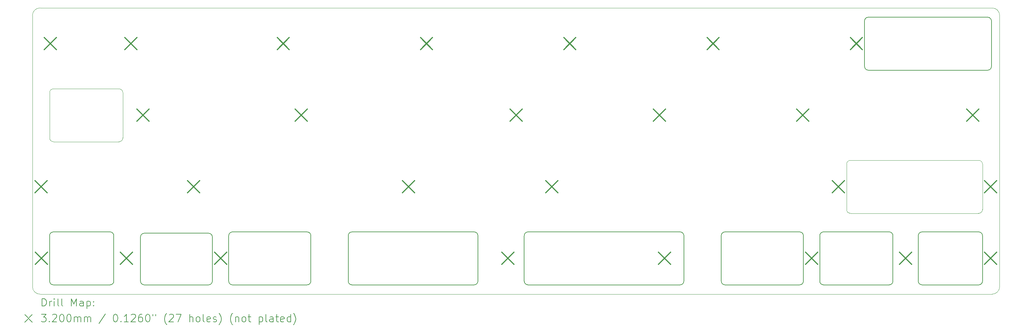
<source format=gbr>
%TF.GenerationSoftware,KiCad,Pcbnew,7.0.7-7.0.7~ubuntu23.04.1*%
%TF.CreationDate,Date%
%TF.ProjectId,plate,706c6174-652e-46b6-9963-61645f706362,rev?*%
%TF.SameCoordinates,Original*%
%TF.FileFunction,Drillmap*%
%TF.FilePolarity,Positive*%
%FSLAX45Y45*%
G04 Gerber Fmt 4.5, Leading zero omitted, Abs format (unit mm)*
G04 Created by KiCad*
%MOMM*%
%LPD*%
G01*
G04 APERTURE LIST*
%ADD10C,0.100000*%
%ADD11C,0.150000*%
%ADD12C,0.200000*%
%ADD13C,0.320000*%
G04 APERTURE END LIST*
D10*
X4238023Y-8921800D02*
X2493023Y-8921800D01*
X27098082Y-10827255D02*
X23685132Y-10827255D01*
D11*
X19157632Y-12732195D02*
X15112632Y-12732195D01*
X4909492Y-11357202D02*
G75*
G03*
X4809492Y-11457195I-12J-99988D01*
G01*
X22335682Y-12732262D02*
G75*
G03*
X22435682Y-12632255I-2J100002D01*
G01*
X3999497Y-12732255D02*
X2491998Y-12732255D01*
X15012635Y-12632195D02*
G75*
G03*
X15112632Y-12732195I99995J-5D01*
G01*
X20251382Y-12632255D02*
X20251382Y-11422195D01*
X7254497Y-11322247D02*
G75*
G03*
X7154497Y-11422255I-7J-99993D01*
G01*
X6619492Y-12732202D02*
G75*
G03*
X6719492Y-12632195I-2J100002D01*
G01*
X10432642Y-11322262D02*
G75*
G03*
X10332642Y-11422255I-12J-99988D01*
G01*
X19257632Y-11422195D02*
X19257632Y-12632195D01*
X9238867Y-12732197D02*
G75*
G03*
X9338867Y-12632195I3J99997D01*
G01*
X2392005Y-12632255D02*
G75*
G03*
X2491998Y-12732255I99995J-5D01*
G01*
X2491998Y-11322255D02*
G75*
G03*
X2391998Y-11422255I-11J-99990D01*
G01*
X9338865Y-11422255D02*
G75*
G03*
X9238867Y-11322255I-99995J5D01*
G01*
X7154497Y-12632195D02*
X7154497Y-11422255D01*
X24816975Y-11422195D02*
G75*
G03*
X24716982Y-11322195I-99995J5D01*
G01*
X7154505Y-12632195D02*
G75*
G03*
X7254497Y-12732195I99995J-5D01*
G01*
X22335682Y-12732255D02*
X20351382Y-12732255D01*
X6719485Y-11457195D02*
G75*
G03*
X6619492Y-11357195I-99995J5D01*
G01*
D10*
X2136375Y-5359750D02*
G75*
G03*
X1936375Y-5559750I0J-200000D01*
G01*
D11*
X4099495Y-11422255D02*
G75*
G03*
X3999497Y-11322255I-99995J5D01*
G01*
X24061380Y-6917250D02*
G75*
G03*
X24161382Y-7017250I100000J0D01*
G01*
D10*
X1936375Y-12779750D02*
X1936375Y-5559750D01*
D11*
X13780687Y-11422255D02*
X13780687Y-12632195D01*
X4809495Y-12632195D02*
G75*
G03*
X4909492Y-12732195I99995J-5D01*
G01*
X7254497Y-11322255D02*
X9238867Y-11322255D01*
D10*
X23685132Y-9417262D02*
G75*
G03*
X23585132Y-9517255I-12J-99988D01*
G01*
X2393030Y-8821800D02*
G75*
G03*
X2493023Y-8921800I99990J-10D01*
G01*
D11*
X15112632Y-11322195D02*
X19157632Y-11322195D01*
X27198075Y-11422195D02*
G75*
G03*
X27098082Y-11322195I-99995J5D01*
G01*
D10*
X27653875Y-5559750D02*
X27653875Y-12779750D01*
D11*
X20351382Y-11322202D02*
G75*
G03*
X20251382Y-11422195I-12J-99988D01*
G01*
X10332642Y-12632195D02*
X10332642Y-11422255D01*
X3999497Y-12732257D02*
G75*
G03*
X4099497Y-12632255I3J99998D01*
G01*
D10*
X27198082Y-9517255D02*
X27198082Y-10727255D01*
D11*
X22970682Y-11322202D02*
G75*
G03*
X22870682Y-11422195I-12J-99988D01*
G01*
X27336382Y-7017252D02*
G75*
G03*
X27436382Y-6917250I-2J100002D01*
G01*
X19257625Y-11422195D02*
G75*
G03*
X19157632Y-11322195I-99995J5D01*
G01*
X22435675Y-11422195D02*
G75*
G03*
X22335682Y-11322195I-99995J5D01*
G01*
X15012632Y-12632195D02*
X15012632Y-11422195D01*
X25490135Y-12632255D02*
G75*
G03*
X25590132Y-12732255I99995J-5D01*
G01*
X25490132Y-12632255D02*
X25490132Y-11422195D01*
X24716982Y-12732262D02*
G75*
G03*
X24816982Y-12632255I-2J100002D01*
G01*
X6719492Y-11457195D02*
X6719492Y-12632195D01*
D10*
X23585132Y-10727255D02*
X23585132Y-9517255D01*
X27453875Y-12979745D02*
G75*
G03*
X27653875Y-12779750I5J199995D01*
G01*
D11*
X10332645Y-12632195D02*
G75*
G03*
X10432642Y-12732195I99995J-5D01*
G01*
D10*
X1936375Y-12779750D02*
G75*
G03*
X2136375Y-12979750I200000J0D01*
G01*
X27098082Y-10827262D02*
G75*
G03*
X27198082Y-10727255I-2J100002D01*
G01*
D11*
X24161382Y-5607250D02*
X27336382Y-5607250D01*
X24716982Y-12732255D02*
X22970682Y-12732255D01*
X13680687Y-12732195D02*
X10432642Y-12732195D01*
D10*
X4238023Y-8921793D02*
G75*
G03*
X4338023Y-8821800I7J99993D01*
G01*
D11*
X25590132Y-11322195D02*
X27098082Y-11322195D01*
X22870682Y-12632255D02*
X22870682Y-11422195D01*
D10*
X27453875Y-5359750D02*
X2136375Y-5359750D01*
D11*
X4909492Y-11357195D02*
X6619492Y-11357195D01*
D10*
X2136375Y-12979750D02*
X27453875Y-12979750D01*
D11*
X24816982Y-11422195D02*
X24816982Y-12632255D01*
X27336382Y-7017250D02*
X24161382Y-7017250D01*
X22435682Y-11422195D02*
X22435682Y-12632255D01*
X4809492Y-12632195D02*
X4809492Y-11457195D01*
X24061382Y-6917250D02*
X24061382Y-5707250D01*
D10*
X23585135Y-10727255D02*
G75*
G03*
X23685132Y-10827255I99995J-5D01*
G01*
X2493023Y-7513793D02*
G75*
G03*
X2393023Y-7613800I7J-100007D01*
G01*
X27653880Y-5559750D02*
G75*
G03*
X27453875Y-5359750I-200000J0D01*
G01*
D11*
X20251385Y-12632255D02*
G75*
G03*
X20351382Y-12732255I99995J-5D01*
G01*
D10*
X2493023Y-7513800D02*
X4238023Y-7513800D01*
D11*
X22870685Y-12632255D02*
G75*
G03*
X22970682Y-12732255I99995J-5D01*
G01*
X27098082Y-12732255D02*
X25590132Y-12732255D01*
X2491998Y-11322255D02*
X3999497Y-11322255D01*
D10*
X4338020Y-7613800D02*
G75*
G03*
X4238023Y-7513800I-100000J0D01*
G01*
D11*
X25590132Y-11322202D02*
G75*
G03*
X25490132Y-11422195I-12J-99988D01*
G01*
X27198082Y-11422195D02*
X27198082Y-12632255D01*
X2391998Y-12632255D02*
X2391998Y-11422255D01*
X13680687Y-12732197D02*
G75*
G03*
X13780687Y-12632195I3J99997D01*
G01*
X9338867Y-11422255D02*
X9338867Y-12632195D01*
X22970682Y-11322195D02*
X24716982Y-11322195D01*
X27436382Y-5707250D02*
X27436382Y-6917250D01*
X6619492Y-12732195D02*
X4909492Y-12732195D01*
X19157632Y-12732202D02*
G75*
G03*
X19257632Y-12632195I-2J100002D01*
G01*
X9238867Y-12732195D02*
X7254497Y-12732195D01*
X10432642Y-11322255D02*
X13680687Y-11322255D01*
X27098082Y-12732262D02*
G75*
G03*
X27198082Y-12632255I-2J100002D01*
G01*
D10*
X23685132Y-9417255D02*
X27098082Y-9417255D01*
D11*
X27436380Y-5707250D02*
G75*
G03*
X27336382Y-5607250I-100000J0D01*
G01*
D10*
X4338023Y-7613800D02*
X4338023Y-8821800D01*
D11*
X24161382Y-5607252D02*
G75*
G03*
X24061382Y-5707250I-2J-99998D01*
G01*
X20351382Y-11322195D02*
X22335682Y-11322195D01*
X15112632Y-11322202D02*
G75*
G03*
X15012632Y-11422195I-12J-99988D01*
G01*
D10*
X2393023Y-8821800D02*
X2393023Y-7613800D01*
X27198075Y-9517255D02*
G75*
G03*
X27098082Y-9417255I-99995J5D01*
G01*
D11*
X13780685Y-11422255D02*
G75*
G03*
X13680687Y-11322255I-99995J5D01*
G01*
X4099497Y-11422255D02*
X4099497Y-12632255D01*
D12*
D13*
X2007000Y-9962250D02*
X2327000Y-10282250D01*
X2327000Y-9962250D02*
X2007000Y-10282250D01*
X2014500Y-11867250D02*
X2334500Y-12187250D01*
X2334500Y-11867250D02*
X2014500Y-12187250D01*
X2252625Y-6152250D02*
X2572625Y-6472250D01*
X2572625Y-6152250D02*
X2252625Y-6472250D01*
X4276688Y-11867250D02*
X4596688Y-12187250D01*
X4596688Y-11867250D02*
X4276688Y-12187250D01*
X4395750Y-6152250D02*
X4715750Y-6472250D01*
X4715750Y-6152250D02*
X4395750Y-6472250D01*
X4714500Y-8057250D02*
X5034500Y-8377250D01*
X5034500Y-8057250D02*
X4714500Y-8377250D01*
X6062625Y-9962250D02*
X6382625Y-10282250D01*
X6382625Y-9962250D02*
X6062625Y-10282250D01*
X6777000Y-11867250D02*
X7097000Y-12187250D01*
X7097000Y-11867250D02*
X6777000Y-12187250D01*
X8443875Y-6152250D02*
X8763875Y-6472250D01*
X8763875Y-6152250D02*
X8443875Y-6472250D01*
X8920125Y-8057250D02*
X9240125Y-8377250D01*
X9240125Y-8057250D02*
X8920125Y-8377250D01*
X11777625Y-9962250D02*
X12097625Y-10282250D01*
X12097625Y-9962250D02*
X11777625Y-10282250D01*
X12253875Y-6152250D02*
X12573875Y-6472250D01*
X12573875Y-6152250D02*
X12253875Y-6472250D01*
X14415862Y-11867215D02*
X14735862Y-12187215D01*
X14735862Y-11867215D02*
X14415862Y-12187215D01*
X14637625Y-8057250D02*
X14957625Y-8377250D01*
X14957625Y-8057250D02*
X14637625Y-8377250D01*
X15587625Y-9962250D02*
X15907625Y-10282250D01*
X15907625Y-9962250D02*
X15587625Y-10282250D01*
X16063875Y-6152250D02*
X16383875Y-6472250D01*
X16383875Y-6152250D02*
X16063875Y-6472250D01*
X18445125Y-8057250D02*
X18765125Y-8377250D01*
X18765125Y-8057250D02*
X18445125Y-8377250D01*
X18583050Y-11867250D02*
X18903050Y-12187250D01*
X18903050Y-11867250D02*
X18583050Y-12187250D01*
X19873875Y-6152250D02*
X20193875Y-6472250D01*
X20193875Y-6152250D02*
X19873875Y-6472250D01*
X22255125Y-8057250D02*
X22575125Y-8377250D01*
X22575125Y-8057250D02*
X22255125Y-8377250D01*
X22493170Y-11867250D02*
X22813170Y-12187250D01*
X22813170Y-11867250D02*
X22493170Y-12187250D01*
X23207625Y-9962250D02*
X23527625Y-10282250D01*
X23527625Y-9962250D02*
X23207625Y-10282250D01*
X23683875Y-6152250D02*
X24003875Y-6472250D01*
X24003875Y-6152250D02*
X23683875Y-6472250D01*
X24993562Y-11867250D02*
X25313562Y-12187250D01*
X25313562Y-11867250D02*
X24993562Y-12187250D01*
X26779500Y-8057250D02*
X27099500Y-8377250D01*
X27099500Y-8057250D02*
X26779500Y-8377250D01*
X27255750Y-9962250D02*
X27575750Y-10282250D01*
X27575750Y-9962250D02*
X27255750Y-10282250D01*
X27255750Y-11867250D02*
X27575750Y-12187250D01*
X27575750Y-11867250D02*
X27255750Y-12187250D01*
D12*
X2192152Y-13296234D02*
X2192152Y-13096234D01*
X2192152Y-13096234D02*
X2239771Y-13096234D01*
X2239771Y-13096234D02*
X2268342Y-13105758D01*
X2268342Y-13105758D02*
X2287390Y-13124805D01*
X2287390Y-13124805D02*
X2296914Y-13143853D01*
X2296914Y-13143853D02*
X2306438Y-13181948D01*
X2306438Y-13181948D02*
X2306438Y-13210519D01*
X2306438Y-13210519D02*
X2296914Y-13248615D01*
X2296914Y-13248615D02*
X2287390Y-13267662D01*
X2287390Y-13267662D02*
X2268342Y-13286710D01*
X2268342Y-13286710D02*
X2239771Y-13296234D01*
X2239771Y-13296234D02*
X2192152Y-13296234D01*
X2392152Y-13296234D02*
X2392152Y-13162900D01*
X2392152Y-13200996D02*
X2401676Y-13181948D01*
X2401676Y-13181948D02*
X2411199Y-13172424D01*
X2411199Y-13172424D02*
X2430247Y-13162900D01*
X2430247Y-13162900D02*
X2449295Y-13162900D01*
X2515961Y-13296234D02*
X2515961Y-13162900D01*
X2515961Y-13096234D02*
X2506438Y-13105758D01*
X2506438Y-13105758D02*
X2515961Y-13115281D01*
X2515961Y-13115281D02*
X2525485Y-13105758D01*
X2525485Y-13105758D02*
X2515961Y-13096234D01*
X2515961Y-13096234D02*
X2515961Y-13115281D01*
X2639771Y-13296234D02*
X2620723Y-13286710D01*
X2620723Y-13286710D02*
X2611199Y-13267662D01*
X2611199Y-13267662D02*
X2611199Y-13096234D01*
X2744533Y-13296234D02*
X2725485Y-13286710D01*
X2725485Y-13286710D02*
X2715961Y-13267662D01*
X2715961Y-13267662D02*
X2715961Y-13096234D01*
X2973104Y-13296234D02*
X2973104Y-13096234D01*
X2973104Y-13096234D02*
X3039771Y-13239091D01*
X3039771Y-13239091D02*
X3106437Y-13096234D01*
X3106437Y-13096234D02*
X3106437Y-13296234D01*
X3287390Y-13296234D02*
X3287390Y-13191472D01*
X3287390Y-13191472D02*
X3277866Y-13172424D01*
X3277866Y-13172424D02*
X3258818Y-13162900D01*
X3258818Y-13162900D02*
X3220723Y-13162900D01*
X3220723Y-13162900D02*
X3201676Y-13172424D01*
X3287390Y-13286710D02*
X3268342Y-13296234D01*
X3268342Y-13296234D02*
X3220723Y-13296234D01*
X3220723Y-13296234D02*
X3201676Y-13286710D01*
X3201676Y-13286710D02*
X3192152Y-13267662D01*
X3192152Y-13267662D02*
X3192152Y-13248615D01*
X3192152Y-13248615D02*
X3201676Y-13229567D01*
X3201676Y-13229567D02*
X3220723Y-13220043D01*
X3220723Y-13220043D02*
X3268342Y-13220043D01*
X3268342Y-13220043D02*
X3287390Y-13210519D01*
X3382628Y-13162900D02*
X3382628Y-13362900D01*
X3382628Y-13172424D02*
X3401676Y-13162900D01*
X3401676Y-13162900D02*
X3439771Y-13162900D01*
X3439771Y-13162900D02*
X3458818Y-13172424D01*
X3458818Y-13172424D02*
X3468342Y-13181948D01*
X3468342Y-13181948D02*
X3477866Y-13200996D01*
X3477866Y-13200996D02*
X3477866Y-13258138D01*
X3477866Y-13258138D02*
X3468342Y-13277186D01*
X3468342Y-13277186D02*
X3458818Y-13286710D01*
X3458818Y-13286710D02*
X3439771Y-13296234D01*
X3439771Y-13296234D02*
X3401676Y-13296234D01*
X3401676Y-13296234D02*
X3382628Y-13286710D01*
X3563580Y-13277186D02*
X3573104Y-13286710D01*
X3573104Y-13286710D02*
X3563580Y-13296234D01*
X3563580Y-13296234D02*
X3554057Y-13286710D01*
X3554057Y-13286710D02*
X3563580Y-13277186D01*
X3563580Y-13277186D02*
X3563580Y-13296234D01*
X3563580Y-13172424D02*
X3573104Y-13181948D01*
X3573104Y-13181948D02*
X3563580Y-13191472D01*
X3563580Y-13191472D02*
X3554057Y-13181948D01*
X3554057Y-13181948D02*
X3563580Y-13172424D01*
X3563580Y-13172424D02*
X3563580Y-13191472D01*
X1731375Y-13524750D02*
X1931375Y-13724750D01*
X1931375Y-13524750D02*
X1731375Y-13724750D01*
X2173104Y-13516234D02*
X2296914Y-13516234D01*
X2296914Y-13516234D02*
X2230247Y-13592424D01*
X2230247Y-13592424D02*
X2258819Y-13592424D01*
X2258819Y-13592424D02*
X2277866Y-13601948D01*
X2277866Y-13601948D02*
X2287390Y-13611472D01*
X2287390Y-13611472D02*
X2296914Y-13630519D01*
X2296914Y-13630519D02*
X2296914Y-13678138D01*
X2296914Y-13678138D02*
X2287390Y-13697186D01*
X2287390Y-13697186D02*
X2277866Y-13706710D01*
X2277866Y-13706710D02*
X2258819Y-13716234D01*
X2258819Y-13716234D02*
X2201676Y-13716234D01*
X2201676Y-13716234D02*
X2182628Y-13706710D01*
X2182628Y-13706710D02*
X2173104Y-13697186D01*
X2382628Y-13697186D02*
X2392152Y-13706710D01*
X2392152Y-13706710D02*
X2382628Y-13716234D01*
X2382628Y-13716234D02*
X2373104Y-13706710D01*
X2373104Y-13706710D02*
X2382628Y-13697186D01*
X2382628Y-13697186D02*
X2382628Y-13716234D01*
X2468342Y-13535281D02*
X2477866Y-13525758D01*
X2477866Y-13525758D02*
X2496914Y-13516234D01*
X2496914Y-13516234D02*
X2544533Y-13516234D01*
X2544533Y-13516234D02*
X2563580Y-13525758D01*
X2563580Y-13525758D02*
X2573104Y-13535281D01*
X2573104Y-13535281D02*
X2582628Y-13554329D01*
X2582628Y-13554329D02*
X2582628Y-13573377D01*
X2582628Y-13573377D02*
X2573104Y-13601948D01*
X2573104Y-13601948D02*
X2458819Y-13716234D01*
X2458819Y-13716234D02*
X2582628Y-13716234D01*
X2706438Y-13516234D02*
X2725485Y-13516234D01*
X2725485Y-13516234D02*
X2744533Y-13525758D01*
X2744533Y-13525758D02*
X2754057Y-13535281D01*
X2754057Y-13535281D02*
X2763580Y-13554329D01*
X2763580Y-13554329D02*
X2773104Y-13592424D01*
X2773104Y-13592424D02*
X2773104Y-13640043D01*
X2773104Y-13640043D02*
X2763580Y-13678138D01*
X2763580Y-13678138D02*
X2754057Y-13697186D01*
X2754057Y-13697186D02*
X2744533Y-13706710D01*
X2744533Y-13706710D02*
X2725485Y-13716234D01*
X2725485Y-13716234D02*
X2706438Y-13716234D01*
X2706438Y-13716234D02*
X2687390Y-13706710D01*
X2687390Y-13706710D02*
X2677866Y-13697186D01*
X2677866Y-13697186D02*
X2668342Y-13678138D01*
X2668342Y-13678138D02*
X2658819Y-13640043D01*
X2658819Y-13640043D02*
X2658819Y-13592424D01*
X2658819Y-13592424D02*
X2668342Y-13554329D01*
X2668342Y-13554329D02*
X2677866Y-13535281D01*
X2677866Y-13535281D02*
X2687390Y-13525758D01*
X2687390Y-13525758D02*
X2706438Y-13516234D01*
X2896914Y-13516234D02*
X2915961Y-13516234D01*
X2915961Y-13516234D02*
X2935009Y-13525758D01*
X2935009Y-13525758D02*
X2944533Y-13535281D01*
X2944533Y-13535281D02*
X2954057Y-13554329D01*
X2954057Y-13554329D02*
X2963580Y-13592424D01*
X2963580Y-13592424D02*
X2963580Y-13640043D01*
X2963580Y-13640043D02*
X2954057Y-13678138D01*
X2954057Y-13678138D02*
X2944533Y-13697186D01*
X2944533Y-13697186D02*
X2935009Y-13706710D01*
X2935009Y-13706710D02*
X2915961Y-13716234D01*
X2915961Y-13716234D02*
X2896914Y-13716234D01*
X2896914Y-13716234D02*
X2877866Y-13706710D01*
X2877866Y-13706710D02*
X2868342Y-13697186D01*
X2868342Y-13697186D02*
X2858818Y-13678138D01*
X2858818Y-13678138D02*
X2849295Y-13640043D01*
X2849295Y-13640043D02*
X2849295Y-13592424D01*
X2849295Y-13592424D02*
X2858818Y-13554329D01*
X2858818Y-13554329D02*
X2868342Y-13535281D01*
X2868342Y-13535281D02*
X2877866Y-13525758D01*
X2877866Y-13525758D02*
X2896914Y-13516234D01*
X3049295Y-13716234D02*
X3049295Y-13582900D01*
X3049295Y-13601948D02*
X3058818Y-13592424D01*
X3058818Y-13592424D02*
X3077866Y-13582900D01*
X3077866Y-13582900D02*
X3106438Y-13582900D01*
X3106438Y-13582900D02*
X3125485Y-13592424D01*
X3125485Y-13592424D02*
X3135009Y-13611472D01*
X3135009Y-13611472D02*
X3135009Y-13716234D01*
X3135009Y-13611472D02*
X3144533Y-13592424D01*
X3144533Y-13592424D02*
X3163580Y-13582900D01*
X3163580Y-13582900D02*
X3192152Y-13582900D01*
X3192152Y-13582900D02*
X3211199Y-13592424D01*
X3211199Y-13592424D02*
X3220723Y-13611472D01*
X3220723Y-13611472D02*
X3220723Y-13716234D01*
X3315961Y-13716234D02*
X3315961Y-13582900D01*
X3315961Y-13601948D02*
X3325485Y-13592424D01*
X3325485Y-13592424D02*
X3344533Y-13582900D01*
X3344533Y-13582900D02*
X3373104Y-13582900D01*
X3373104Y-13582900D02*
X3392152Y-13592424D01*
X3392152Y-13592424D02*
X3401676Y-13611472D01*
X3401676Y-13611472D02*
X3401676Y-13716234D01*
X3401676Y-13611472D02*
X3411199Y-13592424D01*
X3411199Y-13592424D02*
X3430247Y-13582900D01*
X3430247Y-13582900D02*
X3458818Y-13582900D01*
X3458818Y-13582900D02*
X3477866Y-13592424D01*
X3477866Y-13592424D02*
X3487390Y-13611472D01*
X3487390Y-13611472D02*
X3487390Y-13716234D01*
X3877866Y-13506710D02*
X3706438Y-13763853D01*
X4135009Y-13516234D02*
X4154057Y-13516234D01*
X4154057Y-13516234D02*
X4173104Y-13525758D01*
X4173104Y-13525758D02*
X4182628Y-13535281D01*
X4182628Y-13535281D02*
X4192152Y-13554329D01*
X4192152Y-13554329D02*
X4201676Y-13592424D01*
X4201676Y-13592424D02*
X4201676Y-13640043D01*
X4201676Y-13640043D02*
X4192152Y-13678138D01*
X4192152Y-13678138D02*
X4182628Y-13697186D01*
X4182628Y-13697186D02*
X4173104Y-13706710D01*
X4173104Y-13706710D02*
X4154057Y-13716234D01*
X4154057Y-13716234D02*
X4135009Y-13716234D01*
X4135009Y-13716234D02*
X4115961Y-13706710D01*
X4115961Y-13706710D02*
X4106438Y-13697186D01*
X4106438Y-13697186D02*
X4096914Y-13678138D01*
X4096914Y-13678138D02*
X4087390Y-13640043D01*
X4087390Y-13640043D02*
X4087390Y-13592424D01*
X4087390Y-13592424D02*
X4096914Y-13554329D01*
X4096914Y-13554329D02*
X4106438Y-13535281D01*
X4106438Y-13535281D02*
X4115961Y-13525758D01*
X4115961Y-13525758D02*
X4135009Y-13516234D01*
X4287390Y-13697186D02*
X4296914Y-13706710D01*
X4296914Y-13706710D02*
X4287390Y-13716234D01*
X4287390Y-13716234D02*
X4277866Y-13706710D01*
X4277866Y-13706710D02*
X4287390Y-13697186D01*
X4287390Y-13697186D02*
X4287390Y-13716234D01*
X4487390Y-13716234D02*
X4373104Y-13716234D01*
X4430247Y-13716234D02*
X4430247Y-13516234D01*
X4430247Y-13516234D02*
X4411200Y-13544805D01*
X4411200Y-13544805D02*
X4392152Y-13563853D01*
X4392152Y-13563853D02*
X4373104Y-13573377D01*
X4563581Y-13535281D02*
X4573104Y-13525758D01*
X4573104Y-13525758D02*
X4592152Y-13516234D01*
X4592152Y-13516234D02*
X4639771Y-13516234D01*
X4639771Y-13516234D02*
X4658819Y-13525758D01*
X4658819Y-13525758D02*
X4668343Y-13535281D01*
X4668343Y-13535281D02*
X4677866Y-13554329D01*
X4677866Y-13554329D02*
X4677866Y-13573377D01*
X4677866Y-13573377D02*
X4668343Y-13601948D01*
X4668343Y-13601948D02*
X4554057Y-13716234D01*
X4554057Y-13716234D02*
X4677866Y-13716234D01*
X4849295Y-13516234D02*
X4811200Y-13516234D01*
X4811200Y-13516234D02*
X4792152Y-13525758D01*
X4792152Y-13525758D02*
X4782628Y-13535281D01*
X4782628Y-13535281D02*
X4763581Y-13563853D01*
X4763581Y-13563853D02*
X4754057Y-13601948D01*
X4754057Y-13601948D02*
X4754057Y-13678138D01*
X4754057Y-13678138D02*
X4763581Y-13697186D01*
X4763581Y-13697186D02*
X4773104Y-13706710D01*
X4773104Y-13706710D02*
X4792152Y-13716234D01*
X4792152Y-13716234D02*
X4830247Y-13716234D01*
X4830247Y-13716234D02*
X4849295Y-13706710D01*
X4849295Y-13706710D02*
X4858819Y-13697186D01*
X4858819Y-13697186D02*
X4868343Y-13678138D01*
X4868343Y-13678138D02*
X4868343Y-13630519D01*
X4868343Y-13630519D02*
X4858819Y-13611472D01*
X4858819Y-13611472D02*
X4849295Y-13601948D01*
X4849295Y-13601948D02*
X4830247Y-13592424D01*
X4830247Y-13592424D02*
X4792152Y-13592424D01*
X4792152Y-13592424D02*
X4773104Y-13601948D01*
X4773104Y-13601948D02*
X4763581Y-13611472D01*
X4763581Y-13611472D02*
X4754057Y-13630519D01*
X4992152Y-13516234D02*
X5011200Y-13516234D01*
X5011200Y-13516234D02*
X5030247Y-13525758D01*
X5030247Y-13525758D02*
X5039771Y-13535281D01*
X5039771Y-13535281D02*
X5049295Y-13554329D01*
X5049295Y-13554329D02*
X5058819Y-13592424D01*
X5058819Y-13592424D02*
X5058819Y-13640043D01*
X5058819Y-13640043D02*
X5049295Y-13678138D01*
X5049295Y-13678138D02*
X5039771Y-13697186D01*
X5039771Y-13697186D02*
X5030247Y-13706710D01*
X5030247Y-13706710D02*
X5011200Y-13716234D01*
X5011200Y-13716234D02*
X4992152Y-13716234D01*
X4992152Y-13716234D02*
X4973104Y-13706710D01*
X4973104Y-13706710D02*
X4963581Y-13697186D01*
X4963581Y-13697186D02*
X4954057Y-13678138D01*
X4954057Y-13678138D02*
X4944533Y-13640043D01*
X4944533Y-13640043D02*
X4944533Y-13592424D01*
X4944533Y-13592424D02*
X4954057Y-13554329D01*
X4954057Y-13554329D02*
X4963581Y-13535281D01*
X4963581Y-13535281D02*
X4973104Y-13525758D01*
X4973104Y-13525758D02*
X4992152Y-13516234D01*
X5135009Y-13516234D02*
X5135009Y-13554329D01*
X5211200Y-13516234D02*
X5211200Y-13554329D01*
X5506438Y-13792424D02*
X5496914Y-13782900D01*
X5496914Y-13782900D02*
X5477866Y-13754329D01*
X5477866Y-13754329D02*
X5468343Y-13735281D01*
X5468343Y-13735281D02*
X5458819Y-13706710D01*
X5458819Y-13706710D02*
X5449295Y-13659091D01*
X5449295Y-13659091D02*
X5449295Y-13620996D01*
X5449295Y-13620996D02*
X5458819Y-13573377D01*
X5458819Y-13573377D02*
X5468343Y-13544805D01*
X5468343Y-13544805D02*
X5477866Y-13525758D01*
X5477866Y-13525758D02*
X5496914Y-13497186D01*
X5496914Y-13497186D02*
X5506438Y-13487662D01*
X5573105Y-13535281D02*
X5582628Y-13525758D01*
X5582628Y-13525758D02*
X5601676Y-13516234D01*
X5601676Y-13516234D02*
X5649295Y-13516234D01*
X5649295Y-13516234D02*
X5668343Y-13525758D01*
X5668343Y-13525758D02*
X5677866Y-13535281D01*
X5677866Y-13535281D02*
X5687390Y-13554329D01*
X5687390Y-13554329D02*
X5687390Y-13573377D01*
X5687390Y-13573377D02*
X5677866Y-13601948D01*
X5677866Y-13601948D02*
X5563581Y-13716234D01*
X5563581Y-13716234D02*
X5687390Y-13716234D01*
X5754057Y-13516234D02*
X5887390Y-13516234D01*
X5887390Y-13516234D02*
X5801676Y-13716234D01*
X6115962Y-13716234D02*
X6115962Y-13516234D01*
X6201676Y-13716234D02*
X6201676Y-13611472D01*
X6201676Y-13611472D02*
X6192152Y-13592424D01*
X6192152Y-13592424D02*
X6173105Y-13582900D01*
X6173105Y-13582900D02*
X6144533Y-13582900D01*
X6144533Y-13582900D02*
X6125485Y-13592424D01*
X6125485Y-13592424D02*
X6115962Y-13601948D01*
X6325485Y-13716234D02*
X6306438Y-13706710D01*
X6306438Y-13706710D02*
X6296914Y-13697186D01*
X6296914Y-13697186D02*
X6287390Y-13678138D01*
X6287390Y-13678138D02*
X6287390Y-13620996D01*
X6287390Y-13620996D02*
X6296914Y-13601948D01*
X6296914Y-13601948D02*
X6306438Y-13592424D01*
X6306438Y-13592424D02*
X6325485Y-13582900D01*
X6325485Y-13582900D02*
X6354057Y-13582900D01*
X6354057Y-13582900D02*
X6373105Y-13592424D01*
X6373105Y-13592424D02*
X6382628Y-13601948D01*
X6382628Y-13601948D02*
X6392152Y-13620996D01*
X6392152Y-13620996D02*
X6392152Y-13678138D01*
X6392152Y-13678138D02*
X6382628Y-13697186D01*
X6382628Y-13697186D02*
X6373105Y-13706710D01*
X6373105Y-13706710D02*
X6354057Y-13716234D01*
X6354057Y-13716234D02*
X6325485Y-13716234D01*
X6506438Y-13716234D02*
X6487390Y-13706710D01*
X6487390Y-13706710D02*
X6477866Y-13687662D01*
X6477866Y-13687662D02*
X6477866Y-13516234D01*
X6658819Y-13706710D02*
X6639771Y-13716234D01*
X6639771Y-13716234D02*
X6601676Y-13716234D01*
X6601676Y-13716234D02*
X6582628Y-13706710D01*
X6582628Y-13706710D02*
X6573105Y-13687662D01*
X6573105Y-13687662D02*
X6573105Y-13611472D01*
X6573105Y-13611472D02*
X6582628Y-13592424D01*
X6582628Y-13592424D02*
X6601676Y-13582900D01*
X6601676Y-13582900D02*
X6639771Y-13582900D01*
X6639771Y-13582900D02*
X6658819Y-13592424D01*
X6658819Y-13592424D02*
X6668343Y-13611472D01*
X6668343Y-13611472D02*
X6668343Y-13630519D01*
X6668343Y-13630519D02*
X6573105Y-13649567D01*
X6744533Y-13706710D02*
X6763581Y-13716234D01*
X6763581Y-13716234D02*
X6801676Y-13716234D01*
X6801676Y-13716234D02*
X6820724Y-13706710D01*
X6820724Y-13706710D02*
X6830247Y-13687662D01*
X6830247Y-13687662D02*
X6830247Y-13678138D01*
X6830247Y-13678138D02*
X6820724Y-13659091D01*
X6820724Y-13659091D02*
X6801676Y-13649567D01*
X6801676Y-13649567D02*
X6773105Y-13649567D01*
X6773105Y-13649567D02*
X6754057Y-13640043D01*
X6754057Y-13640043D02*
X6744533Y-13620996D01*
X6744533Y-13620996D02*
X6744533Y-13611472D01*
X6744533Y-13611472D02*
X6754057Y-13592424D01*
X6754057Y-13592424D02*
X6773105Y-13582900D01*
X6773105Y-13582900D02*
X6801676Y-13582900D01*
X6801676Y-13582900D02*
X6820724Y-13592424D01*
X6896914Y-13792424D02*
X6906438Y-13782900D01*
X6906438Y-13782900D02*
X6925486Y-13754329D01*
X6925486Y-13754329D02*
X6935009Y-13735281D01*
X6935009Y-13735281D02*
X6944533Y-13706710D01*
X6944533Y-13706710D02*
X6954057Y-13659091D01*
X6954057Y-13659091D02*
X6954057Y-13620996D01*
X6954057Y-13620996D02*
X6944533Y-13573377D01*
X6944533Y-13573377D02*
X6935009Y-13544805D01*
X6935009Y-13544805D02*
X6925486Y-13525758D01*
X6925486Y-13525758D02*
X6906438Y-13497186D01*
X6906438Y-13497186D02*
X6896914Y-13487662D01*
X7258819Y-13792424D02*
X7249295Y-13782900D01*
X7249295Y-13782900D02*
X7230247Y-13754329D01*
X7230247Y-13754329D02*
X7220724Y-13735281D01*
X7220724Y-13735281D02*
X7211200Y-13706710D01*
X7211200Y-13706710D02*
X7201676Y-13659091D01*
X7201676Y-13659091D02*
X7201676Y-13620996D01*
X7201676Y-13620996D02*
X7211200Y-13573377D01*
X7211200Y-13573377D02*
X7220724Y-13544805D01*
X7220724Y-13544805D02*
X7230247Y-13525758D01*
X7230247Y-13525758D02*
X7249295Y-13497186D01*
X7249295Y-13497186D02*
X7258819Y-13487662D01*
X7335009Y-13582900D02*
X7335009Y-13716234D01*
X7335009Y-13601948D02*
X7344533Y-13592424D01*
X7344533Y-13592424D02*
X7363581Y-13582900D01*
X7363581Y-13582900D02*
X7392152Y-13582900D01*
X7392152Y-13582900D02*
X7411200Y-13592424D01*
X7411200Y-13592424D02*
X7420724Y-13611472D01*
X7420724Y-13611472D02*
X7420724Y-13716234D01*
X7544533Y-13716234D02*
X7525486Y-13706710D01*
X7525486Y-13706710D02*
X7515962Y-13697186D01*
X7515962Y-13697186D02*
X7506438Y-13678138D01*
X7506438Y-13678138D02*
X7506438Y-13620996D01*
X7506438Y-13620996D02*
X7515962Y-13601948D01*
X7515962Y-13601948D02*
X7525486Y-13592424D01*
X7525486Y-13592424D02*
X7544533Y-13582900D01*
X7544533Y-13582900D02*
X7573105Y-13582900D01*
X7573105Y-13582900D02*
X7592152Y-13592424D01*
X7592152Y-13592424D02*
X7601676Y-13601948D01*
X7601676Y-13601948D02*
X7611200Y-13620996D01*
X7611200Y-13620996D02*
X7611200Y-13678138D01*
X7611200Y-13678138D02*
X7601676Y-13697186D01*
X7601676Y-13697186D02*
X7592152Y-13706710D01*
X7592152Y-13706710D02*
X7573105Y-13716234D01*
X7573105Y-13716234D02*
X7544533Y-13716234D01*
X7668343Y-13582900D02*
X7744533Y-13582900D01*
X7696914Y-13516234D02*
X7696914Y-13687662D01*
X7696914Y-13687662D02*
X7706438Y-13706710D01*
X7706438Y-13706710D02*
X7725486Y-13716234D01*
X7725486Y-13716234D02*
X7744533Y-13716234D01*
X7963581Y-13582900D02*
X7963581Y-13782900D01*
X7963581Y-13592424D02*
X7982628Y-13582900D01*
X7982628Y-13582900D02*
X8020724Y-13582900D01*
X8020724Y-13582900D02*
X8039771Y-13592424D01*
X8039771Y-13592424D02*
X8049295Y-13601948D01*
X8049295Y-13601948D02*
X8058819Y-13620996D01*
X8058819Y-13620996D02*
X8058819Y-13678138D01*
X8058819Y-13678138D02*
X8049295Y-13697186D01*
X8049295Y-13697186D02*
X8039771Y-13706710D01*
X8039771Y-13706710D02*
X8020724Y-13716234D01*
X8020724Y-13716234D02*
X7982628Y-13716234D01*
X7982628Y-13716234D02*
X7963581Y-13706710D01*
X8173105Y-13716234D02*
X8154057Y-13706710D01*
X8154057Y-13706710D02*
X8144533Y-13687662D01*
X8144533Y-13687662D02*
X8144533Y-13516234D01*
X8335009Y-13716234D02*
X8335009Y-13611472D01*
X8335009Y-13611472D02*
X8325486Y-13592424D01*
X8325486Y-13592424D02*
X8306438Y-13582900D01*
X8306438Y-13582900D02*
X8268343Y-13582900D01*
X8268343Y-13582900D02*
X8249295Y-13592424D01*
X8335009Y-13706710D02*
X8315962Y-13716234D01*
X8315962Y-13716234D02*
X8268343Y-13716234D01*
X8268343Y-13716234D02*
X8249295Y-13706710D01*
X8249295Y-13706710D02*
X8239771Y-13687662D01*
X8239771Y-13687662D02*
X8239771Y-13668615D01*
X8239771Y-13668615D02*
X8249295Y-13649567D01*
X8249295Y-13649567D02*
X8268343Y-13640043D01*
X8268343Y-13640043D02*
X8315962Y-13640043D01*
X8315962Y-13640043D02*
X8335009Y-13630519D01*
X8401676Y-13582900D02*
X8477867Y-13582900D01*
X8430248Y-13516234D02*
X8430248Y-13687662D01*
X8430248Y-13687662D02*
X8439771Y-13706710D01*
X8439771Y-13706710D02*
X8458819Y-13716234D01*
X8458819Y-13716234D02*
X8477867Y-13716234D01*
X8620724Y-13706710D02*
X8601676Y-13716234D01*
X8601676Y-13716234D02*
X8563581Y-13716234D01*
X8563581Y-13716234D02*
X8544533Y-13706710D01*
X8544533Y-13706710D02*
X8535010Y-13687662D01*
X8535010Y-13687662D02*
X8535010Y-13611472D01*
X8535010Y-13611472D02*
X8544533Y-13592424D01*
X8544533Y-13592424D02*
X8563581Y-13582900D01*
X8563581Y-13582900D02*
X8601676Y-13582900D01*
X8601676Y-13582900D02*
X8620724Y-13592424D01*
X8620724Y-13592424D02*
X8630248Y-13611472D01*
X8630248Y-13611472D02*
X8630248Y-13630519D01*
X8630248Y-13630519D02*
X8535010Y-13649567D01*
X8801676Y-13716234D02*
X8801676Y-13516234D01*
X8801676Y-13706710D02*
X8782629Y-13716234D01*
X8782629Y-13716234D02*
X8744533Y-13716234D01*
X8744533Y-13716234D02*
X8725486Y-13706710D01*
X8725486Y-13706710D02*
X8715962Y-13697186D01*
X8715962Y-13697186D02*
X8706438Y-13678138D01*
X8706438Y-13678138D02*
X8706438Y-13620996D01*
X8706438Y-13620996D02*
X8715962Y-13601948D01*
X8715962Y-13601948D02*
X8725486Y-13592424D01*
X8725486Y-13592424D02*
X8744533Y-13582900D01*
X8744533Y-13582900D02*
X8782629Y-13582900D01*
X8782629Y-13582900D02*
X8801676Y-13592424D01*
X8877867Y-13792424D02*
X8887391Y-13782900D01*
X8887391Y-13782900D02*
X8906438Y-13754329D01*
X8906438Y-13754329D02*
X8915962Y-13735281D01*
X8915962Y-13735281D02*
X8925486Y-13706710D01*
X8925486Y-13706710D02*
X8935010Y-13659091D01*
X8935010Y-13659091D02*
X8935010Y-13620996D01*
X8935010Y-13620996D02*
X8925486Y-13573377D01*
X8925486Y-13573377D02*
X8915962Y-13544805D01*
X8915962Y-13544805D02*
X8906438Y-13525758D01*
X8906438Y-13525758D02*
X8887391Y-13497186D01*
X8887391Y-13497186D02*
X8877867Y-13487662D01*
M02*

</source>
